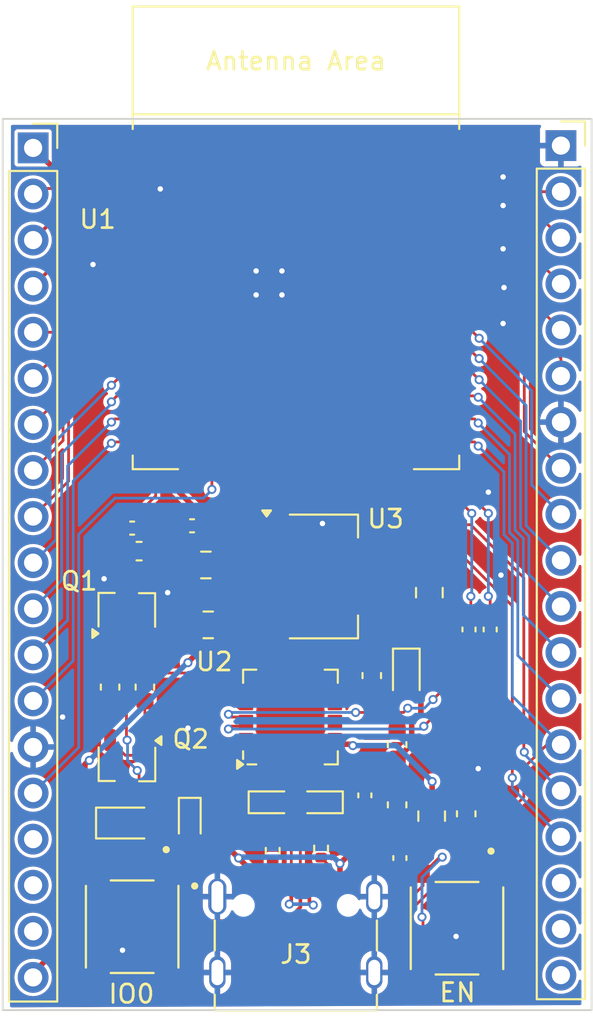
<source format=kicad_pcb>
(kicad_pcb (version 20240108) (generator "pcbnew") (generator_version "8.0")
  (layers (0 "F.Cu" signal) (31 "B.Cu" signal) (34 "B.Paste" user) (35 "F.Paste" user) (36 "B.SilkS" user "B.Silkscreen") (37 "F.SilkS" user "F.Silkscreen") (38 "B.Mask" user) (39 "F.Mask" user) (44 "Edge.Cuts" user))
  (net 0 "")
  (net 1 "GND")
  (net 2 "/VDD33")
  (net 3 "/EN")
  (net 4 "/EXT_5V")
  (net 5 "Net-(D1-A)")
  (net 6 "/VBUS")
  (net 7 "/USB_DN")
  (net 8 "/USB_DP")
  (net 9 "/IO13")
  (net 10 "/IO25")
  (net 12 "/SENSOR_VN")
  (net 14 "/IO34")
  (net 15 "/IO35")
  (net 16 "/SENSOR_VP")
  (net 17 "/IO14")
  (net 18 "/IO32")
  (net 19 "/IO33")
  (net 21 "/IO27")
  (net 22 "/IO26")
  (net 23 "/IO12")
  (net 24 "/IO23")
  (net 25 "/IO4")
  (net 26 "/IO2")
  (net 27 "/IO0")
  (net 29 "/IO5")
  (net 30 "/IO21")
  (net 31 "/IO22")
  (net 32 "/IO16")
  (net 33 "/RXD0")
  (net 34 "/IO15")
  (net 35 "/IO19")
  (net 37 "/TXD0")
  (net 38 "/IO17")
  (net 39 "/IO18")
  (net 41 "/USB-CC1")
  (net 42 "/USB-CC2")
  (net 45 "Net-(Q1-Base)")
  (net 46 "/RTS")
  (net 47 "Net-(Q2-Base)")
  (net 48 "/DTR")
  (net 49 "Net-(U2-VBUS)")
  (net 50 "Net-(U2-~{RST})")
  (net 51 "/RXD")
  (net 52 "/TXD")
  (net 62 "Net-(U2-~{SUSPEND})")
  (footprint "Diode_SMD:D_SOD-323" (layer "F.Cu") (at 156.464 112.268)
    (property "Reference" "D5" (hide yes))
    (property "Value" "BAT760-7")
  )
  (footprint "Capacitor_SMD:C_0402_1005Metric" (layer "F.Cu") (at 176.5808 101.6 -90)
    (property "Reference" "R7" (hide yes))
    (property "Value" "0R(1%)")
  )
  (footprint "Diode_SMD:D_SOD-523" (layer "F.Cu") (at 164.527 111.125)
    (property "Reference" "D4" (hide yes))
    (property "Value" "LESD5D5.0CT1G")
  )
  (footprint "Capacitor_SMD:C_0805_2012Metric" (layer "F.Cu") (at 173.228 99.568 -90)
    (property "Reference" "C8" (hide yes))
    (property "Value" "22uF/10V(20%)")
  )
  (footprint "Diode_SMD:D_SOD-523" (layer "F.Cu") (at 167.197 111.125 180)
    (property "Reference" "D3" (hide yes))
    (property "Value" "LESD5D5.0CT1G")
  )
  (footprint "Resistor_SMD:R_0402_1005Metric" (layer "F.Cu") (at 167.259 113.663 -90)
    (property "Reference" "R11" (hide yes))
    (property "Value" "5K1(1%)")
  )
  (footprint "Capacitor_SMD:C_0603_1608Metric" (layer "F.Cu") (at 175.26 111.76 -90)
    (property "Reference" "R4" (hide yes))
    (property "Value" "47K(5%)")
  )
  (footprint "PCM_Espressif:ESP32-WROOM-32E" (layer "F.Cu") (at 165.875 81.764)
    (property "Reference" "U1")
    (property "Value" "ESP32-WROOM-E")
  )
  (footprint "USB_C_Custom:GT-USB-7010" (layer "F.Cu") (at 165.866 115.736)
    (property "Reference" "J3")
    (property "Value" "GT-USB-7010ASV")
  )
  (footprint "Capacitor_SMD:C_0805_2012Metric" (layer "F.Cu") (at 160.909 98.044 180)
    (property "Reference" "C3" (hide yes))
    (property "Value" "22uF/10V(20%)")
  )
  (footprint "Capacitor_SMD:C_0603_1608Metric" (layer "F.Cu") (at 155.628 104.775 90)
    (property "Reference" "R1" (hide yes))
    (property "Value" "10K(1%)")
  )
  (footprint "Package_DFN_QFN:QFN-28-1EP_5x5mm_P0.5mm_EP3.35x3.35mm" (layer "F.Cu") (at 165.571 106.426 90)
    (property "Reference" "U2")
    (property "Value" "CP2102N-Axx-xQFN28")
  )
  (footprint "Package_TO_SOT_SMD:TSOT-23" (layer "F.Cu") (at 156.578 109.006 -90)
    (property "Reference" "Q2")
    (property "Value" "SS8050-G")
  )
  (footprint "Capacitor_SMD:C_0603_1608Metric" (layer "F.Cu") (at 170.053 104.14 -90)
    (property "Reference" "R10" (hide yes))
    (property "Value" "2K(5%)")
  )
  (footprint "Capacitor_SMD:C_0402_1005Metric" (layer "F.Cu") (at 156.845 96.012)
    (property "Reference" "C4" (hide yes))
    (property "Value" "0.1uF/50V(10%)")
  )
  (footprint "Package_TO_SOT_SMD:TSOT-23" (layer "F.Cu") (at 156.53 100.544 90)
    (property "Reference" "Q1")
    (property "Value" "SS8050-G")
  )
  (footprint "Capacitor_SMD:C_0805_2012Metric" (layer "F.Cu") (at 173.355 111.887 90)
    (property "Reference" "R3" (hide yes))
    (property "Value" "22K(5%)")
  )
  (footprint "Capacitor_SMD:C_0603_1608Metric" (layer "F.Cu") (at 171.45 107.95 90)
    (property "Reference" "R5" (hide yes))
    (property "Value" "2K(5%)")
  )
  (footprint "Capacitor_SMD:C_0805_2012Metric" (layer "F.Cu") (at 161.036 101.346 180)
    (property "Reference" "C6" (hide yes))
    (property "Value" "22uF/10V(20%)")
  )
  (footprint "Capacitor_SMD:C_0603_1608Metric" (layer "F.Cu") (at 157.226 97.282 180)
    (property "Reference" "R9" (hide yes))
    (property "Value" "10K(1%)")
  )
  (footprint "Switch_Custom:SW_TS-1187A-B-A-B" (layer "F.Cu") (at 156.845 117.983 -90)
    (property "Reference" "S1" (hide yes))
    (property "Value" "TS-1187A-B-A-B")
  )
  (footprint "Connector_PinSocket_2.54mm:PinSocket_1x19_P2.54mm_Vertical" (layer "F.Cu") (at 180.48 74.93)
    (property "Reference" "J2" (hide yes))
    (property "Value" "CON19x1-RIGHT")
  )
  (footprint "Capacitor_SMD:C_0402_1005Metric" (layer "F.Cu") (at 160.147 95.885 180)
    (property "Reference" "C5" (hide yes))
    (property "Value" "0.1uF/50V(10%)")
  )
  (footprint "Capacitor_SMD:C_0603_1608Metric" (layer "F.Cu") (at 171.45 111.265 90)
    (property "Reference" "C1" (hide yes))
    (property "Value" "4.7uF/16V(10%)")
  )
  (footprint "Capacitor_SMD:C_0402_1005Metric" (layer "F.Cu") (at 175.4124 101.6 -90)
    (property "Reference" "R6" (hide yes))
    (property "Value" "0R(1%)")
  )
  (footprint "Diode_SMD:D_0603_1608Metric" (layer "F.Cu") (at 171.958 104.14 -90)
    (property "Reference" "D1" (hide yes))
    (property "Value" "RED LED")
  )
  (footprint "Diode_SMD:D_SOD-523" (layer "F.Cu") (at 160.02 112.141 -90)
    (property "Reference" "D2" (hide yes))
    (property "Value" "LESD5D5.0CT1G")
  )
  (footprint "Resistor_SMD:R_0402_1005Metric" (layer "F.Cu") (at 164.592 113.792 -90)
    (property "Reference" "R14" (hide yes))
    (property "Value" "5K1(1%)")
  )
  (footprint "Package_TO_SOT_SMD:SOT-223-3_TabPin2" (layer "F.Cu") (at 167.386 98.679)
    (property "Reference" "U3")
    (property "Value" "AMS1117-3.3")
  )
  (footprint "Connector_PinSocket_2.54mm:PinSocket_1x19_P2.54mm_Vertical" (layer "F.Cu") (at 151.384 75.057)
    (property "Reference" "J1" (hide yes))
    (property "Value" "CON19x1-LEFT")
  )
  (footprint "Capacitor_SMD:C_0603_1608Metric" (layer "F.Cu") (at 157.546 104.775 -90)
    (property "Reference" "R2" (hide yes))
    (property "Value" "10K(1%)")
  )
  (footprint "Capacitor_SMD:C_0402_1005Metric" (layer "F.Cu") (at 171.6024 114.1984 90)
    (property "Reference" "C9" (hide yes))
    (property "Value" "0.1uF/50V(10%)")
  )
  (footprint "Switch_Custom:SW_TS-1187A-B-A-B" (layer "F.Cu") (at 174.752 118.0665 -90)
    (property "Reference" "S2" (hide yes))
    (property "Value" "TS-1187A-B-A-B")
  )
  (footprint "Capacitor_SMD:C_0402_1005Metric" (layer "F.Cu") (at 169.672 110.744 90)
    (property "Reference" "C2" (hide yes))
    (property "Value" "0.1uF/50V(10%)")
  )
  (gr_rect (start 149.7076 73.4568) (end 182.1688 122.5804) (stroke (width 0.1)) (fill none) (layer "Edge.Cuts"))
  (gr_text "EN" (at 173.6852 121.6152 0) (layer "F.SilkS") (effects (font (size 1.016 1.016) (thickness 0.1524)) (justify left)))
  (gr_text "IO0" (at 155.448 121.0056 180) (layer "F.SilkS") (effects (font (size 1.016 1.016) (thickness 0.1524)) (justify left bottom mirror)))
  (segment (start 180.304 74.754) (end 180.48 74.93) (width 0.3) (layer "F.Cu") (net 1))
  (via (at 174.7012 118.5164) (size 0.5) (drill 0.3) (layers "F.Cu" "B.Cu") (net 1))
  (via (at 177.292 76.6572) (size 0.5) (drill 0.3) (layers "F.Cu" "B.Cu") (net 1))
  (via (at 156.3116 119.2784) (size 0.5) (drill 0.3) (layers "F.Cu" "B.Cu") (net 1))
  (via (at 159.9184 107.0356) (size 0.5) (drill 0.3) (layers "F.Cu" "B.Cu") (net 1))
  (via (at 177.292 80.6196) (size 0.5) (drill 0.3) (layers "F.Cu" "B.Cu") (net 1))
  (via (at 176.4792 94.0308) (size 0.5) (drill 0.3) (layers "F.Cu" "B.Cu") (net 1))
  (via (at 177.292 84.7344) (size 0.5) (drill 0.3) (layers "F.Cu" "B.Cu") (net 1))
  (via (at 158.8008 99.568) (size 0.5) (drill 0.3) (layers "F.Cu" "B.Cu") (net 1))
  (via (at 153.0096 106.426) (size 0.5) (drill 0.3) (layers "F.Cu" "B.Cu") (net 1))
  (via (at 163.6776 83.1596) (size 0.5) (drill 0.3) (layers "F.Cu" "B.Cu") (net 1))
  (via (at 175.9204 109.2708) (size 0.5) (drill 0.3) (layers "F.Cu" "B.Cu") (net 1))
  (via (at 177.292 78.232) (size 0.5) (drill 0.3) (layers "F.Cu" "B.Cu") (net 1))
  (via (at 165.1 81.8388) (size 0.5) (drill 0.3) (layers "F.Cu" "B.Cu") (net 1))
  (via (at 177.3428 82.7532) (size 0.5) (drill 0.3) (layers "F.Cu" "B.Cu") (net 1))
  (via (at 158.3944 77.3176) (size 0.5) (drill 0.3) (layers "F.Cu" "B.Cu") (net 1))
  (via (at 167.3352 95.758) (size 0.5) (drill 0.3) (layers "F.Cu" "B.Cu") (net 1))
  (via (at 154.686 81.4832) (size 0.5) (drill 0.3) (layers "F.Cu" "B.Cu") (net 1))
  (via (at 177.1738 98.6028) (size 0.5) (drill 0.3) (layers "F.Cu" "B.Cu") (net 1))
  (via (at 165.1 83.1596) (size 0.5) (drill 0.3) (layers "F.Cu" "B.Cu") (net 1))
  (via (at 163.6776 81.8388) (size 0.5) (drill 0.3) (layers "F.Cu" "B.Cu") (net 1))
  (via (at 155.2956 98.806) (size 0.5) (drill 0.3) (layers "F.Cu" "B.Cu") (net 1))
  (segment (start 169.672 110.264) (end 170.561 110.264) (width 0.3) (layer "F.Cu") (net 2))
  (segment (start 160.8315 96.5975) (end 160.627 96.393) (width 0.3048) (layer "F.Cu") (net 2))
  (segment (start 151.27 74.93) (end 152.364 76.024) (width 0.3048) (layer "F.Cu") (net 2))
  (segment (start 172.786 98.679) (end 172.913 98.552) (width 0.3048) (layer "F.Cu") (net 2))
  (segment (start 171.958 98.679) (end 172.786 98.679) (width 0.3048) (layer "F.Cu") (net 2))
  (segment (start 172.7632 102.900306) (end 170.536 100.673106) (width 0.3048) (layer "F.Cu") (net 2))
  (segment (start 172.2552 107.9198) (end 172.2552 106.7396) (width 0.3048) (layer "F.Cu") (net 2))
  (segment (start 159.0548 93.6498) (end 159.0548 76.9112) (width 0.3048) (layer "F.Cu") (net 2))
  (segment (start 170.536 98.679) (end 171.958 98.679) (width 0.3048) (layer "F.Cu") (net 2))
  (segment (start 158.1676 76.024) (end 157.125 76.024) (width 0.3048) (layer "F.Cu") (net 2))
  (segment (start 170.536 100.673106) (end 170.536 98.679) (width 0.3048) (layer "F.Cu") (net 2))
  (segment (start 168.636 110.264) (end 169.672 110.264) (width 0.3) (layer "F.Cu") (net 2))
  (segment (start 161.859 97.625) (end 160.8315 96.5975) (width 0.3048) (layer "F.Cu") (net 2))
  (segment (start 171.224 110.264) (end 171.45 110.49) (width 0.3) (layer "F.Cu") (net 2))
  (segment (start 161.859 98.044) (end 161.859 97.625) (width 0.3048) (layer "F.Cu") (net 2))
  (segment (start 162.494 98.679) (end 161.859 98.044) (width 0.3048) (layer "F.Cu") (net 2))
  (segment (start 160.627 96.393) (end 160.627 95.222) (width 0.3048) (layer "F.Cu") (net 2))
  (segment (start 160.8315 96.5975) (end 158.6855 96.5975) (width 0.3048) (layer "F.Cu") (net 2))
  (segment (start 170.561 110.264) (end 171.224 110.264) (width 0.3) (layer "F.Cu") (net 2))
  (segment (start 159.0548 76.9112) (end 158.1676 76.024) (width 0.3048) (layer "F.Cu") (net 2))
  (segment (start 160.627 95.222) (end 159.0548 93.6498) (width 0.3048) (layer "F.Cu") (net 2))
  (segment (start 171.45 108.725) (end 172.2552 107.9198) (width 0.3048) (layer "F.Cu") (net 2))
  (segment (start 166.571 108.876) (end 167.248 108.876) (width 0.3) (layer "F.Cu") (net 2))
  (segment (start 164.236 98.679) (end 170.536 98.679) (width 0.3048) (layer "F.Cu") (net 2))
  (segment (start 152.364 76.024) (end 157.125 76.024) (width 0.3048) (layer "F.Cu") (net 2))
  (segment (start 172.7632 106.2316) (end 172.7632 102.900306) (width 0.3048) (layer "F.Cu") (net 2))
  (segment (start 171.45 110.49) (end 171.45 108.979) (width 0.3) (layer "F.Cu") (net 2))
  (segment (start 172.2552 106.7396) (end 172.7632 106.2316) (width 0.3048) (layer "F.Cu") (net 2))
  (segment (start 158.6855 96.5975) (end 158.001 97.282) (width 0.3048) (layer "F.Cu") (net 2))
  (segment (start 167.248 108.876) (end 168.636 110.264) (width 0.3) (layer "F.Cu") (net 2))
  (segment (start 164.236 98.679) (end 162.494 98.679) (width 0.3048) (layer "F.Cu") (net 2))
  (segment (start 156.502 96.139) (end 156.502 99.206) (width 0.1524) (layer "F.Cu") (net 3))
  (segment (start 159.956 117.6528) (end 156.8828 114.5796) (width 0.1524) (layer "F.Cu") (net 3))
  (segment (start 157.125 77.294) (end 157.425 77.294) (width 0.1524) (layer "F.Cu") (net 3))
  (segment (start 157.226 109.474) (end 157.1244 109.3724) (width 0.1524) (layer "F.Cu") (net 3))
  (segment (start 172.877 115.0665) (end 172.877 115.7189) (width 0.1524) (layer "F.Cu") (net 3))
  (segment (start 157.125 77.294) (end 151.687 77.294) (width 0.1524) (layer "F.Cu") (net 3))
  (segment (start 158.1404 94.2366) (end 156.365 96.012) (width 0.1524) (layer "F.Cu") (net 3))
  (segment (start 157.1244 109.3724) (end 156.972 109.22) (width 0.1524) (layer "F.Cu") (net 3))
  (segment (start 171.6024 114.6784) (end 172.4889 114.6784) (width 0.1524) (layer "F.Cu") (net 3))
  (segment (start 156.8828 111.178802) (end 157.226 110.835602) (width 0.1524) (layer "F.Cu") (net 3))
  (segment (start 173.9392 114.1476) (end 173.7959 114.1476) (width 0.1524) (layer "F.Cu") (net 3))
  (segment (start 157.226 110.835602) (end 157.226 109.474) (width 0.1524) (layer "F.Cu") (net 3))
  (segment (start 172.877 115.7189) (end 170.9431 117.6528) (width 0.1524) (layer "F.Cu") (net 3))
  (segment (start 151.687 77.294) (end 151.384 77.597) (width 0.1524) (layer "F.Cu") (net 3))
  (segment (start 157.425 77.294) (end 158.1404 78.0094) (width 0.1524) (layer "F.Cu") (net 3))
  (segment (start 158.1404 78.0094) (end 158.1404 94.2366) (width 0.1524) (layer "F.Cu") (net 3))
  (segment (start 156.5656 107.6706) (end 156.53 107.635) (width 0.1524) (layer "F.Cu") (net 3))
  (segment (start 172.4889 114.6784) (end 172.877 115.0665) (width 0.1524) (layer "F.Cu") (net 3))
  (segment (start 172.877 117.505) (end 172.8216 117.4496) (width 0.1524) (layer "F.Cu") (net 3))
  (segment (start 156.53 107.635) (end 156.53 99.234) (width 0.1524) (layer "F.Cu") (net 3))
  (segment (start 170.9431 117.6528) (end 159.956 117.6528) (width 0.1524) (layer "F.Cu") (net 3))
  (segment (start 156.8828 114.5796) (end 156.8828 111.178802) (width 0.1524) (layer "F.Cu") (net 3))
  (segment (start 173.7959 114.1476) (end 172.877 115.0665) (width 0.1524) (layer "F.Cu") (net 3))
  (segment (start 172.877 121.0665) (end 172.877 117.505) (width 0.1524) (layer "F.Cu") (net 3))
  (segment (start 156.5656 107.696) (end 156.5656 107.6706) (width 0.1524) (layer "F.Cu") (net 3))
  (segment (start 156.502 99.206) (end 156.53 99.234) (width 0.1524) (layer "F.Cu") (net 3))
  (segment (start 156.591 107.696) (end 156.591 107.696) (width 0.1524) (layer "F.Cu") (net 3))
  (segment (start 156.591 107.696) (end 156.5656 107.696) (width 0.1524) (layer "F.Cu") (net 3))
  (via (at 157.1244 109.3724) (size 0.5) (drill 0.3) (layers "F.Cu" "B.Cu") (net 3))
  (via (at 173.9392 114.1476) (size 0.5) (drill 0.3) (layers "F.Cu" "B.Cu") (net 3))
  (via (at 172.8216 117.4496) (size 0.5) (drill 0.3) (layers "F.Cu" "B.Cu") (net 3))
  (via (at 156.5656 107.696) (size 0.5) (drill 0.3) (layers "F.Cu" "B.Cu") (net 3))
  (segment (start 156.591 108.839) (end 156.591 107.696) (width 0.1524) (layer "B.Cu") (net 3))
  (segment (start 156.972 109.22) (end 156.591 108.839) (width 0.1524) (layer "B.Cu") (net 3))
  (segment (start 172.8216 115.2652) (end 173.9392 114.1476) (width 0.1524) (layer "B.Cu") (net 3))
  (segment (start 172.8216 117.4496) (end 172.8216 115.2652) (width 0.1524) (layer "B.Cu") (net 3))
  (segment (start 159.9184 103.4136) (end 159.9184 103.4288) (width 0.3048) (layer "F.Cu") (net 4))
  (segment (start 154.2394 112.776) (end 154.2394 117.6806) (width 0.3048) (layer "F.Cu") (net 4))
  (segment (start 159.9184 103.4288) (end 159.9032 103.4288) (width 0.3048) (layer "F.Cu") (net 4))
  (segment (start 163.869 101.346) (end 164.236 100.979) (width 0.3048) (layer "F.Cu") (net 4))
  (segment (start 159.9032 103.4288) (end 161.986 101.346) (width 0.3048) (layer "F.Cu") (net 4))
  (segment (start 155.414 112.268) (end 154.7474 112.268) (width 0.3048) (layer "F.Cu") (net 4))
  (segment (start 161.986 101.346) (end 163.869 101.346) (width 0.3048) (layer "F.Cu") (net 4))
  (segment (start 167.667 100.979) (end 170.053 103.365) (width 0.3048) (layer "F.Cu") (net 4))
  (segment (start 154.432 108.839) (end 154.2394 109.0316) (width 0.3048) (layer "F.Cu") (net 4))
  (segment (start 159.915 103.417) (end 159.9184 103.4136) (width 0.3048) (layer "F.Cu") (net 4))
  (segment (start 164.236 100.979) (end 167.667 100.979) (width 0.3048) (layer "F.Cu") (net 4))
  (segment (start 159.893 103.417) (end 159.915 103.417) (width 0.3048) (layer "F.Cu") (net 4))
  (segment (start 154.2394 117.6806) (end 151.27 120.65) (width 0.3048) (layer "F.Cu") (net 4))
  (segment (start 154.7474 112.268) (end 154.2394 112.776) (width 0.3048) (layer "F.Cu") (net 4))
  (segment (start 154.2394 109.0316) (end 154.2394 112.776) (width 0.3048) (layer "F.Cu") (net 4))
  (via (at 159.9184 103.4288) (size 0.5) (drill 0.3) (layers "F.Cu" "B.Cu") (net 4))
  (via (at 154.4828 108.8136) (size 0.5) (drill 0.3) (layers "F.Cu" "B.Cu") (net 4))
  (segment (start 154.471 108.839) (end 154.432 108.839) (width 0.3048) (layer "B.Cu") (net 4))
  (segment (start 154.432 108.878) (end 154.471 108.839) (width 0.3048) (layer "B.Cu") (net 4))
  (segment (start 154.4828 108.8272) (end 154.471 108.839) (width 0.3048) (layer "B.Cu") (net 4))
  (segment (start 154.432 108.839) (end 154.432 108.878) (width 0.3048) (layer "B.Cu") (net 4))
  (segment (start 159.893 103.417) (end 154.4964 108.8136) (width 0.3048) (layer "B.Cu") (net 4))
  (segment (start 154.4964 108.8136) (end 154.4828 108.8136) (width 0.3048) (layer "B.Cu") (net 4))
  (segment (start 154.4828 108.8136) (end 154.4828 108.8272) (width 0.3048) (layer "B.Cu") (net 4))
  (segment (start 171.958 104.9275) (end 170.0655 104.9275) (width 0.1524) (layer "F.Cu") (net 5))
  (segment (start 170.0655 104.9275) (end 170.053 104.915) (width 0.1524) (layer "F.Cu") (net 5))
  (segment (start 168.3004 114.5032) (end 169.8244 112.9792) (width 0.3048) (layer "F.Cu") (net 6))
  (segment (start 162.6856 114.1744) (end 162.687 114.173) (width 0.3048) (layer "F.Cu") (net 6))
  (segment (start 160.02 112.841) (end 161.3522 112.841) (width 0.3048) (layer "F.Cu") (net 6))
  (segment (start 159.447 112.268) (end 160.02 112.841) (width 0.3048) (layer "F.Cu") (net 6))
  (segment (start 157.514 112.268) (end 159.447 112.268) (width 0.3048) (layer "F.Cu") (net 6))
  (segment (start 162.7124 114.1984) (end 162.7124 114.2012) (width 0.3048) (layer "F.Cu") (net 6))
  (segment (start 162.7124 114.2012) (end 163.6104 115.0992) (width 0.3048) (layer "F.Cu") (net 6))
  (segment (start 169.8244 112.9792) (end 173.2128 112.9792) (width 0.3048) (layer "F.Cu") (net 6))
  (segment (start 162.7096 114.1984) (end 162.7124 114.1984) (width 0.3048) (layer "F.Cu") (net 6))
  (segment (start 162.6856 114.1744) (end 162.7096 114.1984) (width 0.3048) (layer "F.Cu") (net 6))
  (segment (start 168.3004 115.2906) (end 168.275 115.316) (width 0.3048) (layer "F.Cu") (net 6))
  (segment (start 161.3522 112.841) (end 162.6856 114.1744) (width 0.3048) (layer "F.Cu") (net 6))
  (segment (start 163.6104 115.0992) (end 163.6104 115.736) (width 0.3048) (layer "F.Cu") (net 6))
  (segment (start 168.3004 114.5032) (end 168.3004 115.2906) (width 0.3048) (layer "F.Cu") (net 6))
  (segment (start 173.2128 112.9792) (end 173.355 112.837) (width 0.3048) (layer "F.Cu") (net 6))
  (via (at 162.7124 114.1984) (size 0.5) (drill 0.3) (layers "F.Cu" "B.Cu") (net 6))
  (via (at 168.3004 114.5032) (size 0.5) (drill 0.3) (layers "F.Cu" "B.Cu") (net 6))
  (segment (start 167.9448 114.1476) (end 162.7124 114.1476) (width 0.3048) (layer "B.Cu") (net 6))
  (segment (start 168.3004 114.5032) (end 168.275 114.4778) (width 0.3048) (layer "B.Cu") (net 6))
  (segment (start 162.7124 114.1476) (end 162.687 114.173) (width 0.3048) (layer "B.Cu") (net 6))
  (segment (start 168.3004 114.5032) (end 167.9448 114.1476) (width 0.3048) (layer "B.Cu") (net 6))
  (segment (start 165.734218 117.2884) (end 166.116 116.906618) (width 0.2) (layer "F.Cu") (net 7))
  (segment (start 166.116 116.906618) (end 166.116 115.736) (width 0.2) (layer "F.Cu") (net 7))
  (segment (start 165.116 116.350982) (end 164.9564 116.510582) (width 0.2) (layer "F.Cu") (net 7))
  (segment (start 164.9564 116.510582) (end 164.9564 116.966218) (width 0.2) (layer "F.Cu") (net 7))
  (segment (start 166.116 111.695) (end 166.116 115.736) (width 0.1524) (layer "F.Cu") (net 7))
  (segment (start 165.116 115.736) (end 165.116 116.350982) (width 0.2) (layer "F.Cu") (net 7))
  (segment (start 166.071 108.876) (end 166.071 110.699) (width 0.1524) (layer "F.Cu") (net 7))
  (segment (start 166.686 111.125) (end 166.116 111.695) (width 0.1524) (layer "F.Cu") (net 7))
  (segment (start 165.278582 117.2884) (end 165.734218 117.2884) (width 0.2) (layer "F.Cu") (net 7))
  (segment (start 165.116 115.736) (end 165.058 115.794) (width 0.2) (layer "F.Cu") (net 7))
  (segment (start 166.071 110.699) (end 166.497 111.125) (width 0.1524) (layer "F.Cu") (net 7))
  (segment (start 164.9564 116.966218) (end 165.278582 117.2884) (width 0.2) (layer "F.Cu") (net 7))
  (segment (start 165.616 116.6288) (end 165.616 115.736) (width 0.2) (layer "F.Cu") (net 8))
  (segment (start 165.571 110.781) (end 165.227 111.125) (width 0.1524) (layer "F.Cu") (net 8))
  (segment (start 166.8272 116.7892) (end 166.616 116.578) (width 0.2) (layer "F.Cu") (net 8))
  (segment (start 165.616 111.768) (end 165.227 111.379) (width 0.1524) (layer "F.Cu") (net 8))
  (segment (start 166.616 116.578) (end 166.616 115.736) (width 0.2) (layer "F.Cu") (net 8))
  (segment (start 165.227 111.379) (end 165.227 111.125) (width 0.1524) (layer "F.Cu") (net 8))
  (segment (start 165.5064 116.7384) (end 165.616 116.6288) (width 0.2) (layer "F.Cu") (net 8))
  (segment (start 165.616 115.736) (end 165.616 111.768) (width 0.1524) (layer "F.Cu") (net 8))
  (segment (start 165.571 108.876) (end 165.571 110.781) (width 0.1524) (layer "F.Cu") (net 8))
  (via (at 166.8272 116.7892) (size 0.5) (drill 0.3) (layers "F.Cu" "B.Cu") (net 8))
  (via (at 165.5064 116.7384) (size 0.5) (drill 0.3) (layers "F.Cu" "B.Cu") (net 8))
  (segment (start 165.5064 116.7384) (end 166.7764 116.7384) (width 0.2) (layer "B.Cu") (net 8))
  (segment (start 166.7764 116.7384) (end 166.8272 116.7892) (width 0.2) (layer "B.Cu") (net 8))
  (segment (start 161.2392 93.8784) (end 161.2392 92.6998) (width 0.1524) (layer "F.Cu") (net 9))
  (via (at 161.2392 93.8784) (size 0.5) (drill 0.3) (layers "F.Cu" "B.Cu") (net 9))
  (segment (start 161.2392 93.8784) (end 161.2392 93.9038) (width 0.1524) (layer "B.Cu") (net 9))
  (segment (start 161.29 93.853) (end 161.2646 93.8784) (width 0.1524) (layer "B.Cu") (net 9))
  (segment (start 160.782 94.361) (end 155.8925 94.361) (width 0.1524) (layer "B.Cu") (net 9))
  (segment (start 155.8925 94.361) (end 153.8986 96.3549) (width 0.1524) (layer "B.Cu") (net 9))
  (segment (start 153.8986 108.1024) (end 151.384 110.617) (width 0.1524) (layer "B.Cu") (net 9))
  (segment (start 153.8986 96.3549) (end 153.8986 108.1024) (width 0.1524) (layer "B.Cu") (net 9))
  (segment (start 161.2392 93.9038) (end 160.782 94.361) (width 0.1524) (layer "B.Cu") (net 9))
  (segment (start 161.2646 93.8784) (end 161.2392 93.8784) (width 0.1524) (layer "B.Cu") (net 9))
  (segment (start 153.3398 93.4212) (end 151.384 95.377) (width 0.1524) (layer "F.Cu") (net 10))
  (segment (start 153.3398 89.6692) (end 153.3398 93.4212) (width 0.1524) (layer "F.Cu") (net 10))
  (segment (start 156.825 86.184) (end 153.3398 89.6692) (width 0.1524) (layer "F.Cu") (net 10))
  (segment (start 157.125 79.834) (end 154.227 79.834) (width 0.2) (layer "F.Cu") (net 12))
  (segment (start 154.227 79.834) (end 151.384 82.677) (width 0.2) (layer "F.Cu") (net 12))
  (segment (start 157.125 81.104) (end 156.825 81.104) (width 0.1524) (layer "F.Cu") (net 14))
  (segment (start 152.712 85.217) (end 151.384 85.217) (width 0.1524) (layer "F.Cu") (net 14))
  (segment (start 156.825 81.104) (end 152.712 85.217) (width 0.1524) (layer "F.Cu") (net 14))
  (segment (start 156.767 82.374) (end 151.384 87.757) (width 0.1524) (layer "F.Cu") (net 15))
  (segment (start 152.957 78.564) (end 151.384 80.137) (width 0.2) (layer "F.Cu") (net 16))
  (segment (start 157.125 78.564) (end 152.957 78.564) (width 0.2) (layer "F.Cu") (net 16))
  (segment (start 155.878 89.994) (end 155.702 90.17) (width 0.1524) (layer "F.Cu") (net 17))
  (segment (start 157.125 89.994) (end 155.878 89.994) (width 0.1524) (layer "F.Cu") (net 17))
  (via (at 155.702 90.17) (size 0.5) (drill 0.3) (layers "F.Cu" "B.Cu") (net 17))
  (segment (start 153.289 101.092) (end 151.384 102.997) (width 0.1524) (layer "B.Cu") (net 17))
  (segment (start 155.702 90.17) (end 153.289 92.583) (width 0.1524) (layer "B.Cu") (net 17))
  (segment (start 153.289 92.583) (end 153.289 101.092) (width 0.1524) (layer "B.Cu") (net 17))
  (segment (start 156.825 83.644) (end 152.4626 88.0064) (width 0.1524) (layer "F.Cu") (net 18))
  (segment (start 157.125 83.644) (end 156.825 83.644) (width 0.1524) (layer "F.Cu") (net 18))
  (segment (start 152.4626 89.2184) (end 151.384 90.297) (width 0.1524) (layer "F.Cu") (net 18))
  (segment (start 152.4626 88.0064) (end 152.4626 89.2184) (width 0.1524) (layer "F.Cu") (net 18))
  (segment (start 153.035 88.704) (end 153.035 91.186) (width 0.1524) (layer "F.Cu") (net 19))
  (segment (start 157.125 84.914) (end 156.825 84.914) (width 0.1524) (layer "F.Cu") (net 19))
  (segment (start 156.825 84.914) (end 153.035 88.704) (width 0.1524) (layer "F.Cu") (net 19))
  (segment (start 153.035 91.186) (end 151.384 92.837) (width 0.1524) (layer "F.Cu") (net 19))
  (segment (start 156.005 88.724) (end 157.125 88.724) (width 0.1524) (layer "F.Cu") (net 21))
  (segment (start 155.702 89.027) (end 156.005 88.724) (width 0.1524) (layer "F.Cu") (net 21))
  (via (at 155.702 89.0524) (size 0.5) (drill 0.3) (layers "F.Cu" "B.Cu") (net 21))
  (segment (start 155.702 89.0524) (end 155.702 89.154) (width 0.1524) (layer "B.Cu") (net 21))
  (segment (start 152.9588 91.8972) (end 152.9588 98.8822) (width 0.1524) (layer "B.Cu") (net 21))
  (segment (start 155.702 89.154) (end 152.9588 91.8972) (width 0.1524) (layer "B.Cu") (net 21))
  (segment (start 152.9588 98.8822) (end 151.384 100.457) (width 0.1524) (layer "B.Cu") (net 21))
  (segment (start 155.702 89.027) (end 155.702 89.0524) (width 0.1524) (layer "B.Cu") (net 21))
  (segment (start 156.386 87.454) (end 155.702 88.138) (width 0.1524) (layer "F.Cu") (net 22))
  (segment (start 157.125 87.454) (end 156.386 87.454) (width 0.1524) (layer "F.Cu") (net 22))
  (via (at 155.702 88.138) (size 0.5) (drill 0.3) (layers "F.Cu" "B.Cu") (net 22))
  (segment (start 152.654 91.186) (end 152.654 96.647) (width 0.1524) (layer "B.Cu") (net 22))
  (segment (start 155.702 88.138) (end 152.654 91.186) (width 0.1524) (layer "B.Cu") (net 22))
  (segment (start 152.654 96.647) (end 151.384 97.917) (width 0.1524) (layer "B.Cu") (net 22))
  (segment (start 157.125 91.264) (end 155.751 91.264) (width 0.1524) (layer "F.Cu") (net 23))
  (via (at 155.702 91.3384) (size 0.5) (drill 0.3) (layers "F.Cu" "B.Cu") (net 23))
  (segment (start 153.5938 93.4212) (end 153.5938 103.3272) (width 0.1524) (layer "B.Cu") (net 23))
  (segment (start 155.702 91.3384) (end 155.6766 91.3384) (width 0.1524) (layer "B.Cu") (net 23))
  (segment (start 155.702 91.313) (end 155.702 91.3384) (width 0.1524) (layer "B.Cu") (net 23))
  (segment (start 155.6766 91.3384) (end 153.5938 93.4212) (width 0.1524) (layer "B.Cu") (net 23))
  (segment (start 155.702 91.313) (end 155.702 91.313) (width 0.1524) (layer "B.Cu") (net 23))
  (segment (start 153.5938 103.3272) (end 151.384 105.537) (width 0.1524) (layer "B.Cu") (net 23))
  (segment (start 177.8272 76.024) (end 179.2732 77.47) (width 0.1524) (layer "F.Cu") (net 24))
  (segment (start 174.625 76.024) (end 177.8272 76.024) (width 0.1524) (layer "F.Cu") (net 24))
  (segment (start 179.2732 77.47) (end 180.48 77.47) (width 0.1524) (layer "F.Cu") (net 24))
  (segment (start 174.625 89.994) (end 175.719 89.994) (width 0.1524) (layer "F.Cu") (net 25))
  (segment (start 175.719 89.994) (end 175.895 90.17) (width 0.1524) (layer "F.Cu") (net 25))
  (via (at 175.9204 90.2208) (size 0.5) (drill 0.3) (layers "F.Cu" "B.Cu") (net 25))
  (segment (start 177.6476 96.250756) (end 178.1048 96.707956) (width 0.1524) (layer "B.Cu") (net 25))
  (segment (start 177.6476 91.948) (end 177.6476 96.250756) (width 0.1524) (layer "B.Cu") (net 25))
  (segment (start 175.9204 90.2208) (end 177.6476 91.948) (width 0.1524) (layer "B.Cu") (net 25))
  (segment (start 175.895 90.17) (end 175.9204 90.1954) (width 0.1524) (layer "B.Cu") (net 25))
  (segment (start 175.9204 90.1954) (end 175.9204 90.2208) (width 0.1524) (layer "B.Cu") (net 25))
  (segment (start 178.1048 103.0348) (end 180.48 105.41) (width 0.1524) (layer "B.Cu") (net 25))
  (segment (start 178.1048 96.707956) (end 178.1048 103.0348) (width 0.1524) (layer "B.Cu") (net 25))
  (segment (start 178.435 98.754452) (end 178.435 108.331) (width 0.1524) (layer "F.Cu") (net 26))
  (segment (start 171.585 92.514) (end 174.8964 95.8254) (width 0.1524) (layer "F.Cu") (net 26))
  (segment (start 175.505948 95.8254) (end 178.435 98.754452) (width 0.1524) (layer "F.Cu") (net 26))
  (segment (start 174.8964 95.8254) (end 175.505948 95.8254) (width 0.1524) (layer "F.Cu") (net 26))
  (via (at 178.4604 108.3564) (size 0.5) (drill 0.3) (layers "F.Cu" "B.Cu") (net 26))
  (segment (start 178.4604 108.3564) (end 178.435 108.445) (width 0.1524) (layer "B.Cu") (net 26))
  (segment (start 178.435 108.331) (end 178.4604 108.3564) (width 0.1524) (layer "B.Cu") (net 26))
  (segment (start 178.435 108.445) (end 180.48 110.49) (width 0.1524) (layer "B.Cu") (net 26))
  (segment (start 178.435 110.8407) (end 178.435 109.22) (width 0.1524) (layer "F.Cu") (net 27))
  (segment (start 157.597 118.2624) (end 171.0133 118.2624) (width 0.1524) (layer "F.Cu") (net 27))
  (segment (start 154.97 114.983) (end 154.97 115.57) (width 0.1524) (layer "F.Cu") (net 27))
  (segment (start 154.97 120.983) (end 154.97 115.57) (width 0.1524) (layer "F.Cu") (net 27))
  (segment (start 156.578 113.375) (end 154.97 114.983) (width 0.1524) (layer "F.Cu") (net 27))
  (segment (start 171.0133 118.2624) (end 178.435 110.8407) (width 0.1524) (layer "F.Cu") (net 27))
  (segment (start 179.705 107.95) (end 180.48 107.95) (width 0.1524) (layer "F.Cu") (net 27))
  (segment (start 175.719 91.264) (end 175.895 91.44) (width 0.1524) (layer "F.Cu") (net 27))
  (segment (start 178.435 109.22) (end 179.705 107.95) (width 0.1524) (layer "F.Cu") (net 27))
  (segment (start 154.97 115.57) (end 154.97 115.6354) (width 0.1524) (layer "F.Cu") (net 27))
  (segment (start 156.578 110.316) (end 156.578 113.375) (width 0.1524) (layer "F.Cu") (net 27))
  (segment (start 174.625 91.264) (end 175.719 91.264) (width 0.1524) (layer "F.Cu") (net 27))
  (segment (start 154.97 115.6354) (end 157.597 118.2624) (width 0.1524) (layer "F.Cu") (net 27))
  (via (at 175.9204 91.4908) (size 0.5) (drill 0.3) (layers "F.Cu" "B.Cu") (net 27))
  (segment (start 177.8 96.834208) (end 177.8 105.27) (width 0.1524) (layer "B.Cu") (net 27))
  (segment (start 177.8 105.27) (end 180.48 107.95) (width 0.1524) (layer "B.Cu") (net 27))
  (segment (start 177.3428 96.377008) (end 177.8 96.834208) (width 0.1524) (layer "B.Cu") (net 27))
  (segment (start 175.9204 91.4654) (end 175.9204 91.4908) (width 0.1524) (layer "B.Cu") (net 27))
  (segment (start 175.895 91.44) (end 175.9204 91.4654) (width 0.1524) (layer "B.Cu") (net 27))
  (segment (start 177.3428 92.9132) (end 177.3428 96.377008) (width 0.1524) (layer "B.Cu") (net 27))
  (segment (start 175.9204 91.4908) (end 177.3428 92.9132) (width 0.1524) (layer "B.Cu") (net 27))
  (segment (start 175.465 86.184) (end 175.895 86.614) (width 0.1524) (layer "F.Cu") (net 29))
  (segment (start 174.625 86.184) (end 175.465 86.184) (width 0.1524) (layer "F.Cu") (net 29))
  (via (at 175.9712 86.6648) (size 0.5) (drill 0.3) (layers "F.Cu" "B.Cu") (net 29))
  (segment (start 175.9712 86.6648) (end 178.562 89.2556) (width 0.1524) (layer "B.Cu") (net 29))
  (segment (start 178.562 95.872) (end 180.48 97.79) (width 0.1524) (layer "B.Cu") (net 29))
  (segment (start 175.9458 86.6648) (end 175.9712 86.6648) (width 0.1524) (layer "B.Cu") (net 29))
  (segment (start 175.895 86.614) (end 175.9458 86.6648) (width 0.1524) (layer "B.Cu") (net 29))
  (segment (start 178.562 89.2556) (end 178.562 95.872) (width 0.1524) (layer "B.Cu") (net 29))
  (segment (start 174.925 81.104) (end 180.48 86.659) (width 0.1524) (layer "F.Cu") (net 30))
  (segment (start 174.625 81.104) (end 174.925 81.104) (width 0.1524) (layer "F.Cu") (net 30))
  (segment (start 180.48 86.659) (end 180.48 87.63) (width 0.1524) (layer "F.Cu") (net 30))
  (segment (start 177.764 77.294) (end 180.48 80.01) (width 0.1524) (layer "F.Cu") (net 31))
  (segment (start 174.625 77.294) (end 177.764 77.294) (width 0.1524) (layer "F.Cu") (net 31))
  (segment (start 174.625 88.724) (end 175.846 88.724) (width 0.1524) (layer "F.Cu") (net 32))
  (segment (start 175.846 88.724) (end 175.895 88.773) (width 0.1524) (layer "F.Cu") (net 32))
  (via (at 175.9204 88.7984) (size 0.5) (drill 0.3) (layers "F.Cu" "B.Cu") (net 32))
  (segment (start 175.9204 88.7984) (end 177.9524 90.8304) (width 0.1524) (layer "B.Cu") (net 32))
  (segment (start 177.9524 90.8304) (end 177.9524 96.124504) (width 0.1524) (layer "B.Cu") (net 32))
  (segment (start 178.4096 100.7996) (end 180.48 102.87) (width 0.1524) (layer "B.Cu") (net 32))
  (segment (start 175.895 88.773) (end 175.9204 88.7984) (width 0.1524) (layer "B.Cu") (net 32))
  (segment (start 178.4096 96.581704) (end 178.4096 100.7996) (width 0.1524) (layer "B.Cu") (net 32))
  (segment (start 177.9524 96.124504) (end 178.4096 96.581704) (width 0.1524) (layer "B.Cu") (net 32))
  (segment (start 176.4792 95.1992) (end 173.6464 92.3664) (width 0.1524) (layer "F.Cu") (net 33))
  (segment (start 176.5808 101.12) (end 176.5808 99.8728) (width 0.1524) (layer "F.Cu") (net 33))
  (segment (start 173.6464 92.3664) (end 173.6464 80.1504) (width 0.1524) (layer "F.Cu") (net 33))
  (segment (start 174.625 79.834) (end 175.224 79.834) (width 0.1524) (layer "F.Cu") (net 33))
  (segment (start 175.224 79.834) (end 180.48 85.09) (width 0.1524) (layer "F.Cu") (net 33))
  (segment (start 173.9628 79.834) (end 174.625 79.834) (width 0.1524) (layer "F.Cu") (net 33))
  (segment (start 176.5808 99.8728) (end 176.4792 99.7712) (width 0.1524) (layer "F.Cu") (net 33))
  (segment (start 173.6464 80.1504) (end 173.9628 79.834) (width 0.1524) (layer "F.Cu") (net 33))
  (via (at 176.4792 99.7712) (size 0.5) (drill 0.3) (layers "F.Cu" "B.Cu") (net 33))
  (via (at 176.4792 95.1992) (size 0.5) (drill 0.3) (layers "F.Cu" "B.Cu") (net 33))
  (segment (start 176.4792 99.7712) (end 176.4792 95.1992) (width 0.1524) (layer "B.Cu") (net 33))
  (segment (start 170.315 92.514) (end 170.315 92.814) (width 0.1524) (layer "F.Cu") (net 34))
  (segment (start 170.315 92.814) (end 177.8 100.299) (width 0.1524) (layer "F.Cu") (net 34))
  (segment (start 177.8 100.299) (end 177.8 109.728) (width 0.1524) (layer "F.Cu") (net 34))
  (via (at 177.8 109.7788) (size 0.5) (drill 0.3) (layers "F.Cu" "B.Cu") (net 34))
  (segment (start 177.8 109.7788) (end 177.8 110.35) (width 0.1524) (layer "B.Cu") (net 34))
  (segment (start 177.8 110.35) (end 180.48 113.03) (width 0.1524) (layer "B.Cu") (net 34))
  (segment (start 177.8 109.728) (end 177.8 109.7788) (width 0.1524) (layer "B.Cu") (net 34))
  (segment (start 178.4604 87.1794) (end 178.4604 90.6904) (width 0.1524) (layer "F.Cu") (net 35))
  (segment (start 178.4604 90.6904) (end 180.48 92.71) (width 0.1524) (layer "F.Cu") (net 35))
  (segment (start 174.925 83.644) (end 178.4604 87.1794) (width 0.1524) (layer "F.Cu") (net 35))
  (segment (start 174.625 83.644) (end 174.925 83.644) (width 0.1524) (layer "F.Cu") (net 35))
  (segment (start 175.514 101.0184) (end 175.4124 101.12) (width 0.1524) (layer "F.Cu") (net 37))
  (segment (start 174.325 78.564) (end 173.3416 79.5474) (width 0.1524) (layer "F.Cu") (net 37))
  (segment (start 176.494 78.564) (end 180.48 82.55) (width 0.1524) (layer "F.Cu") (net 37))
  (segment (start 174.625 78.564) (end 176.494 78.564) (width 0.1524) (layer "F.Cu") (net 37))
  (segment (start 173.3416 92.976) (end 175.5648 95.1992) (width 0.1524) (layer "F.Cu") (net 37))
  (segment (start 174.625 78.564) (end 174.325 78.564) (width 0.1524) (layer "F.Cu") (net 37))
  (segment (start 173.3416 79.5474) (end 173.3416 92.976) (width 0.1524) (layer "F.Cu") (net 37))
  (segment (start 175.514 99.7712) (end 175.514 101.0184) (width 0.1524) (layer "F.Cu") (net 37))
  (via (at 175.5648 95.1992) (size 0.5) (drill 0.3) (layers "F.Cu" "B.Cu") (net 37))
  (via (at 175.514 99.7712) (size 0.5) (drill 0.3) (layers "F.Cu" "B.Cu") (net 37))
  (segment (start 175.5648 95.1992) (end 175.5648 99.7204) (width 0.1524) (layer "B.Cu") (net 37))
  (segment (start 175.5648 99.7204) (end 175.514 99.7712) (width 0.1524) (layer "B.Cu") (net 37))
  (segment (start 175.592 87.454) (end 175.895 87.757) (width 0.1524) (layer "F.Cu") (net 38))
  (segment (start 174.625 87.454) (end 175.592 87.454) (width 0.1524) (layer "F.Cu") (net 38))
  (via (at 175.9712 87.8332) (size 0.5) (drill 0.3) (layers "F.Cu" "B.Cu") (net 38))
  (segment (start 175.9712 87.8332) (end 178.2572 90.1192) (width 0.1524) (layer "B.Cu") (net 38))
  (segment (start 178.7144 96.455452) (end 178.7144 98.5644) (width 0.1524) (layer "B.Cu") (net 38))
  (segment (start 178.2572 90.1192) (end 178.2572 95.998252) (width 0.1524) (layer "B.Cu") (net 38))
  (segment (start 175.895 87.757) (end 175.9712 87.8332) (width 0.1524) (layer "B.Cu") (net 38))
  (segment (start 178.2572 95.998252) (end 178.7144 96.455452) (width 0.1524) (layer "B.Cu") (net 38))
  (segment (start 178.7144 98.5644) (end 180.48 100.33) (width 0.1524) (layer "B.Cu") (net 38))
  (segment (start 174.625 84.914) (end 175.338 84.914) (width 0.1524) (layer "F.Cu") (net 39))
  (segment (start 175.338 84.914) (end 175.895 85.471) (width 0.1524) (layer "F.Cu") (net 39))
  (via (at 175.9712 85.5472) (size 0.5) (drill 0.3) (layers "F.Cu" "B.Cu") (net 39))
  (segment (start 178.8668 93.6368) (end 180.48 95.25) (width 0.1524) (layer "B.Cu") (net 39))
  (segment (start 175.9712 85.5472) (end 178.8668 88.4428) (width 0.1524) (layer "B.Cu") (net 39))
  (segment (start 175.895 85.471) (end 175.9712 85.5472) (width 0.1524) (layer "B.Cu") (net 39))
  (segment (start 178.8668 88.4428) (end 178.8668 93.6368) (width 0.1524) (layer "B.Cu") (net 39))
  (segment (start 164.592 115.712) (end 164.616 115.736) (width 0.1524) (layer "F.Cu") (net 41))
  (segment (start 164.592 114.302) (end 164.592 115.712) (width 0.1524) (layer "F.Cu") (net 41))
  (segment (start 167.616 114.53) (end 167.616 115.736) (width 0.1524) (layer "F.Cu") (net 42))
  (segment (start 167.259 114.173) (end 167.616 114.53) (width 0.1524) (layer "F.Cu") (net 42))
  (segment (start 155.628 101.902) (end 155.58 101.854) (width 0.1524) (layer "F.Cu") (net 45))
  (segment (start 155.628 104) (end 155.628 101.902) (width 0.1524) (layer "F.Cu") (net 45))
  (segment (start 157.546 104) (end 157.546 101.92) (width 0.1524) (layer "F.Cu") (net 46))
  (segment (start 157.546 104) (end 160.803 104) (width 0.1524) (layer "F.Cu") (net 46))
  (segment (start 157.546 101.92) (end 157.48 101.854) (width 0.1524) (layer "F.Cu") (net 46))
  (segment (start 162.729 105.926) (end 163.121 105.926) (width 0.1524) (layer "F.Cu") (net 46))
  (segment (start 160.803 104) (end 162.729 105.926) (width 0.1524) (layer "F.Cu") (net 46))
  (segment (start 157.546 105.55) (end 157.546 107.678) (width 0.1524) (layer "F.Cu") (net 47))
  (segment (start 157.546 107.678) (end 157.528 107.696) (width 0.1524) (layer "F.Cu") (net 47))
  (segment (start 162.5124 108.5346) (end 163.121 107.926) (width 0.1524) (layer "F.Cu") (net 48))
  (segment (start 155.628 107.696) (end 156.4666 108.5346) (width 0.1524) (layer "F.Cu") (net 48))
  (segment (start 156.4666 108.5346) (end 162.5124 108.5346) (width 0.1524) (layer "F.Cu") (net 48))
  (segment (start 155.628 105.55) (end 155.628 107.696) (width 0.1524) (layer "F.Cu") (net 48))
  (segment (start 173.355 110.937) (end 173.662 110.937) (width 0.3048) (layer "F.Cu") (net 49))
  (segment (start 173.3804 110.9116) (end 173.355 110.937) (width 0.3048) (layer "F.Cu") (net 49))
  (segment (start 168.045 107.95) (end 168.021 107.926) (width 0.1524) (layer "F.Cu") (net 49))
  (segment (start 173.662 110.937) (end 175.26 112.535) (width 0.3048) (layer "F.Cu") (net 49))
  (segment (start 173.355 110.937) (end 173.355 110.871) (width 0.1524) (layer "F.Cu") (net 49))
  (segment (start 168.9368 107.926) (end 169.0116 108.0008) (width 0.3048) (layer "F.Cu") (net 49))
  (segment (start 173.3804 109.982) (end 173.3804 110.9116) (width 0.3048) (layer "F.Cu") (net 49))
  (segment (start 168.021 107.926) (end 168.9368 107.926) (width 0.3048) (layer "F.Cu") (net 49))
  (segment (start 175.26 112.535) (end 174.953 112.535) (width 0.1524) (layer "F.Cu") (net 49))
  (via (at 173.3804 109.982) (size 0.5) (drill 0.3) (layers "F.Cu" "B.Cu") (net 49))
  (via (at 169.0116 108.0008) (size 0.5) (drill 0.3) (layers "F.Cu" "B.Cu") (net 49))
  (segment (start 171.3992 108.0008) (end 173.3804 109.982) (width 0.3048) (layer "B.Cu") (net 49))
  (segment (start 169.0116 108.0008) (end 171.3992 108.0008) (width 0.3048) (layer "B.Cu") (net 49))
  (segment (start 171.014 107.611) (end 171.45 107.175) (width 0.1524) (layer "F.Cu") (net 50))
  (segment (start 169.481619 107.426) (end 169.666619 107.611) (width 0.1524) (layer "F.Cu") (net 50))
  (segment (start 169.666619 107.611) (end 171.014 107.611) (width 0.1524) (layer "F.Cu") (net 50))
  (segment (start 168.021 107.426) (end 169.481619 107.426) (width 0.1524) (layer "F.Cu") (net 50))
  (segment (start 175.4124 103.4796) (end 175.4124 102.08) (width 0.1524) (layer "F.Cu") (net 51))
  (segment (start 173.4312 105.4608) (end 175.4124 103.4796) (width 0.1524) (layer "F.Cu") (net 51))
  (segment (start 163.121 106.426) (end 162.306 106.426) (width 0.1524) (layer "F.Cu") (net 51))
  (segment (start 171.800111 106.172) (end 172.033154 105.938957) (width 0.1524) (layer "F.Cu") (net 51))
  (segment (start 169.164 106.172) (end 171.800111 106.172) (width 0.1524) (layer "F.Cu") (net 51))
  (segment (start 162.306 106.426) (end 162.1536 106.2736) (width 0.1524) (layer "F.Cu") (net 51))
  (via (at 172.033154 105.938957) (size 0.5) (drill 0.3) (layers "F.Cu" "B.Cu") (net 51))
  (via (at 169.164 106.172) (size 0.5) (drill 0.3) (layers "F.Cu" "B.Cu") (net 51))
  (via (at 173.4312 105.4608) (size 0.5) (drill 0.3) (layers "F.Cu" "B.Cu") (net 51))
  (via (at 162.1536 106.2736) (size 0.5) (drill 0.3) (layers "F.Cu" "B.Cu") (net 51))
  (segment (start 162.1536 106.2736) (end 162.2552 106.172) (width 0.1524) (layer "B.Cu") (net 51))
  (segment (start 172.953043 105.938957) (end 172.033154 105.938957) (width 0.1524) (layer "B.Cu") (net 51))
  (segment (start 173.4312 105.4608) (end 172.953043 105.938957) (width 0.1524) (layer "B.Cu") (net 51))
  (segment (start 162.2552 106.172) (end 169.164 106.172) (width 0.1524) (layer "B.Cu") (net 51))
  (segment (start 176.5808 103.2764) (end 176.5808 102.08) (width 0.1524) (layer "F.Cu") (net 52))
  (segment (start 172.9232 106.934) (end 176.5808 103.2764) (width 0.1524) (layer "F.Cu") (net 52))
  (segment (start 162.314 106.926) (end 162.1536 107.0864) (width 0.1524) (layer "F.Cu") (net 52))
  (segment (start 163.121 106.926) (end 162.314 106.926) (width 0.1524) (layer "F.Cu") (net 52))
  (via (at 172.9232 106.934) (size 0.5) (drill 0.3) (layers "F.Cu" "B.Cu") (net 52))
  (via (at 162.1536 107.0864) (size 0.5) (drill 0.3) (layers "F.Cu" "B.Cu") (net 52))
  (segment (start 172.7708 107.0864) (end 172.9232 106.934) (width 0.1524) (layer "B.Cu") (net 52))
  (segment (start 162.1536 107.0864) (end 172.7708 107.0864) (width 0.1524) (layer "B.Cu") (net 52))
  (zone (net 1) (net_name "GND") (layers "F&B.Cu") (connect_pads thru_hole_only (clearance 0.1524)) (min_thickness 0.1524) (fill yes (thermal_gap 0.3048) (thermal_bridge_width 0.3048) (island_removal_mode 2) (island_area_min 9.999998))
    (polygon (pts (xy 150.1648 73.787) (xy 181.61 73.787) (xy 181.61 122.301) (xy 150.114 122.428)))
  )
)
</source>
